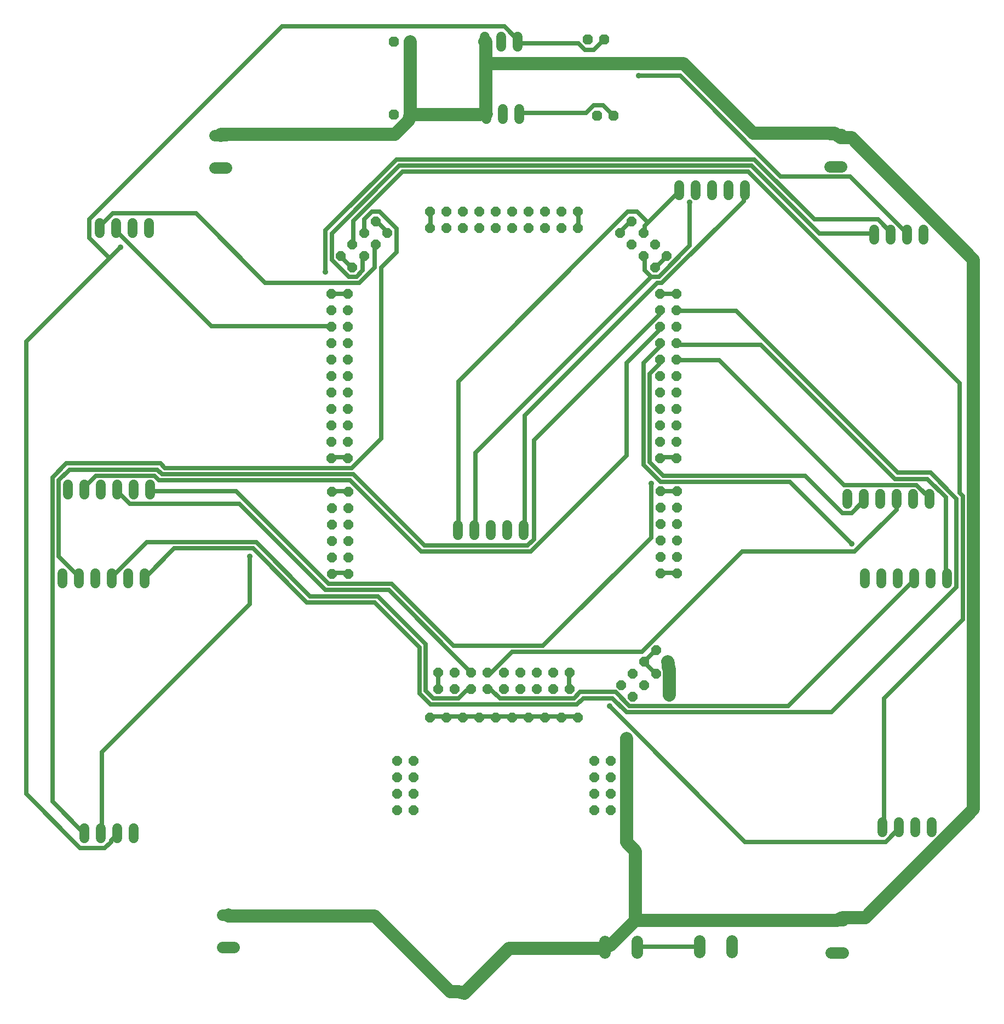
<source format=gtl>
G04 EAGLE Gerber RS-274X export*
G75*
%MOMM*%
%FSLAX34Y34*%
%LPD*%
%INTop Copper*%
%IPPOS*%
%AMOC8*
5,1,8,0,0,1.08239X$1,22.5*%
G01*
%ADD10C,1.790700*%
%ADD11C,1.524000*%
%ADD12P,1.632244X8X22.500000*%
%ADD13P,1.632244X8X202.500000*%
%ADD14P,1.632244X8X67.500000*%
%ADD15P,1.632244X8X337.500000*%
%ADD16P,1.732040X8X22.500000*%
%ADD17C,0.700000*%
%ADD18C,0.914400*%
%ADD19C,2.000000*%


D10*
X1286047Y1732800D02*
X1303954Y1732800D01*
X1303954Y1682800D02*
X1286047Y1682800D01*
X1297847Y528900D02*
X1315754Y528900D01*
X1315754Y478900D02*
X1297847Y478900D01*
X2236847Y1734500D02*
X2254754Y1734500D01*
X2254754Y1684500D02*
X2236847Y1684500D01*
X2238847Y520100D02*
X2256754Y520100D01*
X2256754Y470100D02*
X2238847Y470100D01*
D11*
X1706300Y1758080D02*
X1706300Y1773320D01*
X1731700Y1773320D02*
X1731700Y1758080D01*
X1757100Y1758080D02*
X1757100Y1773320D01*
X1703700Y1870080D02*
X1703700Y1885320D01*
X1729100Y1885320D02*
X1729100Y1870080D01*
X1754500Y1870080D02*
X1754500Y1885320D01*
D10*
X2035600Y488954D02*
X2035600Y471047D01*
X2085600Y471047D02*
X2085600Y488954D01*
D11*
X1084700Y646780D02*
X1084700Y662020D01*
X1110100Y662020D02*
X1110100Y646780D01*
X1135500Y646780D02*
X1135500Y662020D01*
X1160900Y662020D02*
X1160900Y646780D01*
X1108000Y1581780D02*
X1108000Y1597020D01*
X1133400Y1597020D02*
X1133400Y1581780D01*
X1158800Y1581780D02*
X1158800Y1597020D01*
X1184200Y1597020D02*
X1184200Y1581780D01*
X2318300Y672020D02*
X2318300Y656780D01*
X2343700Y656780D02*
X2343700Y672020D01*
X2369100Y672020D02*
X2369100Y656780D01*
X2394500Y656780D02*
X2394500Y672020D01*
X2305600Y1571780D02*
X2305600Y1587020D01*
X2331000Y1587020D02*
X2331000Y1571780D01*
X2356400Y1571780D02*
X2356400Y1587020D01*
X2381800Y1587020D02*
X2381800Y1571780D01*
D12*
X1618340Y1614860D03*
X1618340Y1589460D03*
X1643740Y1614860D03*
X1669140Y1589460D03*
X1669140Y1614860D03*
X1694540Y1589460D03*
X1694540Y1614860D03*
X1719940Y1589460D03*
X1719940Y1614860D03*
X1745340Y1589460D03*
X1745340Y1614860D03*
X1770740Y1589460D03*
X1770740Y1614860D03*
X1796140Y1589460D03*
X1796140Y1614860D03*
X1821540Y1589460D03*
X1821540Y1614860D03*
X1643740Y1589460D03*
X1846940Y1614860D03*
X1846940Y1589460D03*
X1631167Y902492D03*
X1631167Y877092D03*
X1656567Y902492D03*
X1681967Y877092D03*
X1681967Y902492D03*
X1707367Y877092D03*
X1707367Y902492D03*
X1732767Y877092D03*
X1732767Y902492D03*
X1758167Y877092D03*
X1758167Y902492D03*
X1783567Y877092D03*
X1783567Y902492D03*
X1808967Y877092D03*
X1808967Y902492D03*
X1834367Y877092D03*
X1834367Y902492D03*
X1656567Y877092D03*
X1720118Y833810D03*
X1745518Y833810D03*
X1770918Y833810D03*
X1796318Y833810D03*
X1821718Y833810D03*
X1847118Y833810D03*
X1694718Y833810D03*
X1669318Y833810D03*
X1643918Y833810D03*
X1618518Y833810D03*
X1467210Y1131625D03*
X1492610Y1131625D03*
X1492610Y1157025D03*
X1467210Y1157025D03*
X1467210Y1182425D03*
X1492610Y1182425D03*
X1467210Y1106225D03*
X1492610Y1106225D03*
X1492610Y1080825D03*
X1467210Y1080825D03*
X1467210Y1055425D03*
X1492610Y1055425D03*
D13*
X1975032Y1132006D03*
X1975032Y1157406D03*
X2000432Y1157406D03*
X2000432Y1182806D03*
X1975032Y1182806D03*
X2000432Y1106606D03*
X1975032Y1106606D03*
X1975032Y1081206D03*
X2000432Y1081206D03*
X2000432Y1055806D03*
X1975032Y1055806D03*
X2000432Y1132006D03*
D12*
X1466042Y1360860D03*
X1491442Y1360860D03*
X1466042Y1386260D03*
X1491442Y1386260D03*
X1466042Y1411660D03*
X1491442Y1411660D03*
X1466042Y1437060D03*
X1466042Y1462460D03*
X1466042Y1487860D03*
X1491442Y1437060D03*
X1491442Y1462460D03*
X1491442Y1487860D03*
X1466042Y1335460D03*
X1491442Y1335460D03*
X1491442Y1310060D03*
X1466042Y1310060D03*
X1466042Y1284660D03*
X1491442Y1284660D03*
X1466042Y1259260D03*
X1491442Y1259260D03*
X1491442Y1233860D03*
X1466042Y1233860D03*
X1973940Y1360860D03*
X1999340Y1360860D03*
X1999340Y1386260D03*
X1973940Y1386260D03*
X1973940Y1411660D03*
X1999340Y1411660D03*
X1999340Y1437060D03*
X1999340Y1462460D03*
X1999340Y1487860D03*
X1973940Y1437060D03*
X1973940Y1462460D03*
X1973940Y1487860D03*
X1999340Y1233860D03*
X1973940Y1233860D03*
X1973940Y1259260D03*
X1999340Y1259260D03*
X1999340Y1284660D03*
X1999340Y1310060D03*
X1999340Y1335460D03*
X1973940Y1284660D03*
X1973940Y1310060D03*
X1973940Y1335460D03*
D14*
X1516715Y1582071D03*
X1534675Y1564111D03*
X1534675Y1600032D03*
X1552636Y1582071D03*
X1498754Y1564111D03*
X1516715Y1546150D03*
X1480794Y1546150D03*
X1498754Y1528190D03*
D15*
X1930642Y1600045D03*
X1912682Y1582085D03*
X1948603Y1582085D03*
X1930642Y1564124D03*
X1966563Y1564124D03*
X1948603Y1546164D03*
X1984524Y1546164D03*
X1966563Y1528203D03*
D14*
X1914239Y883561D03*
X1932199Y865601D03*
X1932199Y901522D03*
X1950160Y883561D03*
X1950160Y919482D03*
X1968120Y901522D03*
X1968120Y937443D03*
X1986081Y919482D03*
D12*
X1567540Y766500D03*
X1592940Y766500D03*
X1567540Y741100D03*
X1592940Y741100D03*
X1567540Y715700D03*
X1592940Y715700D03*
X1567540Y690300D03*
X1592940Y690300D03*
X1872340Y766500D03*
X1897740Y766500D03*
X1872340Y741100D03*
X1897740Y741100D03*
X1872340Y715700D03*
X1897740Y715700D03*
X1872340Y690300D03*
X1897740Y690300D03*
D16*
X1562700Y1764900D03*
X1588100Y1764900D03*
X1562700Y1877100D03*
X1588100Y1877100D03*
D11*
X1050900Y1055920D02*
X1050900Y1040680D01*
X1076300Y1040680D02*
X1076300Y1055920D01*
X1101700Y1055920D02*
X1101700Y1040680D01*
X1127100Y1040680D02*
X1127100Y1055920D01*
X1152500Y1055920D02*
X1152500Y1040680D01*
X1177900Y1040680D02*
X1177900Y1055920D01*
X1058800Y1177680D02*
X1058800Y1192920D01*
X1084200Y1192920D02*
X1084200Y1177680D01*
X1109600Y1177680D02*
X1109600Y1192920D01*
X1135000Y1192920D02*
X1135000Y1177680D01*
X1160400Y1177680D02*
X1160400Y1192920D01*
X1185800Y1192920D02*
X1185800Y1177680D01*
X2290600Y1056520D02*
X2290600Y1041280D01*
X2316000Y1041280D02*
X2316000Y1056520D01*
X2341400Y1056520D02*
X2341400Y1041280D01*
X2366800Y1041280D02*
X2366800Y1056520D01*
X2392200Y1056520D02*
X2392200Y1041280D01*
X2417600Y1041280D02*
X2417600Y1056520D01*
X2263500Y1163280D02*
X2263500Y1178520D01*
X2288900Y1178520D02*
X2288900Y1163280D01*
X2314300Y1163280D02*
X2314300Y1178520D01*
X2339700Y1178520D02*
X2339700Y1163280D01*
X2365100Y1163280D02*
X2365100Y1178520D01*
X2390500Y1178520D02*
X2390500Y1163280D01*
D16*
X1877100Y1762900D03*
X1902500Y1762900D03*
X1862700Y1880900D03*
X1888100Y1880900D03*
D10*
X1889000Y487954D02*
X1889000Y470047D01*
X1939000Y470047D02*
X1939000Y487954D01*
D11*
X2004200Y1640380D02*
X2004200Y1655620D01*
X2029600Y1655620D02*
X2029600Y1640380D01*
X2055000Y1640380D02*
X2055000Y1655620D01*
X2080400Y1655620D02*
X2080400Y1640380D01*
X2105800Y1640380D02*
X2105800Y1655620D01*
X1662200Y1130620D02*
X1662200Y1115380D01*
X1687600Y1115380D02*
X1687600Y1130620D01*
X1713000Y1130620D02*
X1713000Y1115380D01*
X1738400Y1115380D02*
X1738400Y1130620D01*
X1763800Y1130620D02*
X1763800Y1115380D01*
D17*
X1950930Y918225D02*
X1967625Y901530D01*
X1968120Y901522D01*
X1950930Y918225D02*
X1950160Y919482D01*
X1950930Y920610D02*
X1967625Y937305D01*
X1968120Y937443D01*
X1950930Y920610D02*
X1950160Y919482D01*
X1643265Y834750D02*
X1619415Y834750D01*
X1618518Y833810D01*
X1643265Y834750D02*
X1643918Y833810D01*
X1645650Y834750D02*
X1667115Y834750D01*
X1669318Y833810D01*
X1645650Y834750D02*
X1643918Y833810D01*
X1671885Y834750D02*
X1693350Y834750D01*
X1694718Y833810D01*
X1671885Y834750D02*
X1669318Y833810D01*
X1721970Y834750D02*
X1743435Y834750D01*
X1721970Y834750D02*
X1720118Y833810D01*
X1743435Y834750D02*
X1745518Y833810D01*
X1748205Y834750D02*
X1769670Y834750D01*
X1770918Y833810D01*
X1748205Y834750D02*
X1745518Y833810D01*
X1798290Y834750D02*
X1819755Y834750D01*
X1798290Y834750D02*
X1796318Y833810D01*
X1819755Y834750D02*
X1821718Y833810D01*
X1824525Y834750D02*
X1845990Y834750D01*
X1847118Y833810D01*
X1824525Y834750D02*
X1821718Y833810D01*
X1793520Y834750D02*
X1772055Y834750D01*
X1770918Y833810D01*
X1793520Y834750D02*
X1796318Y833810D01*
X1717200Y834750D02*
X1695735Y834750D01*
X1694718Y833810D01*
X1717200Y834750D02*
X1720118Y833810D01*
X1834065Y877680D02*
X1834065Y901530D01*
X1834065Y877680D02*
X1834367Y877092D01*
X1834065Y901530D02*
X1834367Y902492D01*
X1631340Y901530D02*
X1631340Y877680D01*
X1631167Y877092D01*
X1631340Y901530D02*
X1631167Y902492D01*
X1848375Y1590795D02*
X1848375Y1614645D01*
X1848375Y1590795D02*
X1846940Y1589460D01*
X1848375Y1614645D02*
X1846940Y1614860D01*
X1619415Y1614645D02*
X1619415Y1590795D01*
X1618340Y1589460D01*
X1619415Y1614645D02*
X1618340Y1614860D01*
X1967625Y1528785D02*
X1984320Y1545480D01*
X1967625Y1528785D02*
X1966563Y1528203D01*
X1984320Y1545480D02*
X1984524Y1546164D01*
X1929465Y1600335D02*
X1912770Y1583640D01*
X1912682Y1582085D01*
X1929465Y1600335D02*
X1930642Y1600045D01*
X1552635Y1583640D02*
X1535940Y1600335D01*
X1552635Y1583640D02*
X1552636Y1582071D01*
X1535940Y1600335D02*
X1534675Y1600032D01*
X1481085Y1545480D02*
X1497780Y1528785D01*
X1498754Y1528190D01*
X1481085Y1545480D02*
X1480794Y1546150D01*
X1490625Y1488240D02*
X1466775Y1488240D01*
X1466042Y1487860D01*
X1490625Y1488240D02*
X1491442Y1487860D01*
X1490625Y1235430D02*
X1466775Y1235430D01*
X1466042Y1233860D01*
X1490625Y1235430D02*
X1491442Y1233860D01*
X1490625Y1182960D02*
X1469160Y1182960D01*
X1467210Y1182425D01*
X1490625Y1182960D02*
X1492610Y1182425D01*
X1490625Y1056555D02*
X1469160Y1056555D01*
X1467210Y1055425D01*
X1490625Y1056555D02*
X1492610Y1055425D01*
X1974780Y1488240D02*
X1998630Y1488240D01*
X1974780Y1488240D02*
X1973940Y1487860D01*
X1998630Y1488240D02*
X1999340Y1487860D01*
X1998630Y1235430D02*
X1974780Y1235430D01*
X1973940Y1233860D01*
X1998630Y1235430D02*
X1999340Y1233860D01*
X1998630Y1182960D02*
X1977165Y1182960D01*
X1975032Y1182806D01*
X1998630Y1182960D02*
X2000432Y1182806D01*
X1998630Y1056555D02*
X1977165Y1056555D01*
X1975032Y1055806D01*
X1998630Y1056555D02*
X2000432Y1055806D01*
X2001015Y1462005D02*
X2091645Y1462005D01*
X2342070Y1211580D01*
X2392155Y1211580D01*
X2432700Y1171035D01*
X2432700Y1035090D01*
X2239515Y841905D01*
X1922310Y841905D01*
X1900845Y863370D01*
X1855530Y863370D01*
X1845990Y853830D01*
X1619415Y853830D01*
X1602720Y870525D01*
X1602720Y942075D01*
X1533555Y1011240D01*
X1428615Y1011240D01*
X1345140Y1094715D01*
X1223505Y1094715D01*
X1178190Y1049400D01*
X1999340Y1462460D02*
X2001015Y1462005D01*
X1178190Y1049400D02*
X1177900Y1048300D01*
X1972395Y1454850D02*
X1972395Y1462005D01*
X1972395Y1454850D02*
X1779210Y1261665D01*
X1769670Y1099485D02*
X1609875Y1099485D01*
X1500165Y1209195D01*
X1204425Y1209195D01*
X1197270Y1216350D01*
X1061325Y1216350D01*
X1044630Y1199655D01*
X1044630Y1082790D01*
X1078020Y1049400D01*
X1972395Y1462005D02*
X1973940Y1462460D01*
X1078020Y1049400D02*
X1076300Y1048300D01*
X1779210Y1109025D02*
X1779210Y1261665D01*
X1779210Y1109025D02*
X1769670Y1099485D01*
X1972395Y1431000D02*
X1972395Y1435770D01*
X1972395Y1431000D02*
X1922310Y1380915D01*
X1922310Y1237815D01*
X1774440Y1089945D01*
X1605105Y1089945D01*
X1495395Y1199655D01*
X1199655Y1199655D01*
X1192500Y1206810D01*
X1101870Y1206810D01*
X1085175Y1190115D01*
X1085175Y1185345D01*
X1972395Y1435770D02*
X1973940Y1437060D01*
X1085175Y1185345D02*
X1084200Y1185300D01*
X1960470Y1194885D02*
X1960470Y1111410D01*
X1793520Y944460D01*
X1655190Y944460D01*
X1559790Y1039860D01*
X1462005Y1039860D01*
X1318905Y1182960D01*
X1187730Y1182960D01*
X1185800Y1185300D01*
D18*
X1960470Y1194885D03*
D17*
X1972395Y1404765D02*
X1972395Y1409535D01*
X1972395Y1404765D02*
X1948545Y1380915D01*
X1948545Y1223505D01*
X1974780Y1197270D01*
X2175120Y1197270D01*
X2270520Y1101870D01*
X1972395Y1409535D02*
X1973940Y1411660D01*
D18*
X2270520Y1101870D03*
D17*
X2129805Y1409535D02*
X2001015Y1409535D01*
X2129805Y1409535D02*
X2337300Y1202040D01*
X2387385Y1202040D01*
X2416005Y1173420D01*
X2416005Y1049400D01*
X2001015Y1409535D02*
X1999340Y1411660D01*
X2416005Y1049400D02*
X2417600Y1048900D01*
X1972395Y1378530D02*
X1972395Y1385685D01*
X1972395Y1378530D02*
X1958085Y1364220D01*
X1958085Y1228275D01*
X1979550Y1206810D01*
X2198970Y1206810D01*
X2256210Y1149570D01*
X2270520Y1149570D01*
X2289600Y1168650D01*
X1973940Y1386260D02*
X1972395Y1385685D01*
X2288900Y1170900D02*
X2289600Y1168650D01*
X2065410Y1385685D02*
X2001015Y1385685D01*
X2065410Y1385685D02*
X2258595Y1192500D01*
X2370690Y1192500D01*
X2392155Y1171035D01*
X2001015Y1385685D02*
X1999340Y1386260D01*
X2390500Y1170900D02*
X2392155Y1171035D01*
X1681425Y875295D02*
X1674270Y875295D01*
X1662345Y863370D01*
X1624185Y863370D01*
X1612260Y875295D01*
X1612260Y946845D01*
X1538325Y1020780D01*
X1433385Y1020780D01*
X1349910Y1104255D01*
X1180575Y1104255D01*
X1125720Y1049400D01*
X1681967Y877092D02*
X1681425Y875295D01*
X1127100Y1048300D02*
X1125720Y1049400D01*
X1555020Y1030320D02*
X1681425Y903915D01*
X1555020Y1030320D02*
X1457235Y1030320D01*
X1323675Y1163880D01*
X1154340Y1163880D01*
X1135260Y1182960D01*
X1681425Y903915D02*
X1681967Y902492D01*
X1135260Y1182960D02*
X1135000Y1185300D01*
X1707660Y875295D02*
X1714815Y875295D01*
X1726740Y863370D01*
X1841220Y863370D01*
X1850760Y872910D01*
X1905615Y872910D01*
X1927080Y851445D01*
X2172735Y851445D01*
X2368305Y1047015D01*
X1707367Y877092D02*
X1707660Y875295D01*
X2366800Y1048900D02*
X2368305Y1047015D01*
X1714815Y903915D02*
X1707660Y903915D01*
X1714815Y903915D02*
X1745820Y934920D01*
X1946160Y934920D01*
X2101185Y1089945D01*
X2275290Y1089945D01*
X2339685Y1154340D01*
X2339685Y1168650D01*
X1707660Y903915D02*
X1707367Y902492D01*
X2339685Y1168650D02*
X2339700Y1170900D01*
X1950930Y1524015D02*
X1950930Y1545480D01*
X1950930Y1524015D02*
X1960470Y1514475D01*
X1972395Y1514475D01*
X1950930Y1545480D02*
X1948603Y1546164D01*
D18*
X2020095Y1628955D03*
D17*
X1688580Y1242585D02*
X1688580Y1123335D01*
X1688580Y1242585D02*
X1960470Y1514475D01*
X1688580Y1123335D02*
X1687600Y1123000D01*
X2020095Y1562175D02*
X2020095Y1628955D01*
X2020095Y1562175D02*
X1972395Y1514475D01*
X1950930Y1583640D02*
X1950930Y1593180D01*
X1955700Y1597950D02*
X2003400Y1645650D01*
X1955700Y1597950D02*
X1950930Y1593180D01*
X1950930Y1583640D02*
X1948603Y1582085D01*
X2003400Y1645650D02*
X2004200Y1648000D01*
X1662345Y1352295D02*
X1662345Y1123335D01*
X1662345Y1352295D02*
X1924695Y1614645D01*
X1939005Y1614645D01*
X1955700Y1597950D01*
X1662345Y1123335D02*
X1662200Y1123000D01*
X1340370Y1082790D02*
X1340370Y1008855D01*
X1111410Y779895D01*
X1111410Y655875D01*
X1110100Y654400D01*
D18*
X1340370Y1082790D03*
D17*
X1516860Y1583640D02*
X1516860Y1602720D01*
X1528785Y1614645D01*
X1540710Y1614645D01*
X1566945Y1588410D01*
X1566945Y1552635D01*
X1543095Y1528785D01*
X1543095Y1264050D01*
X1497780Y1218735D01*
X1209195Y1218735D01*
X1202040Y1225890D01*
X1056555Y1225890D01*
X1035090Y1204425D01*
X1035090Y703575D01*
X1082790Y655875D01*
X1516715Y1582071D02*
X1516860Y1583640D01*
X1082790Y655875D02*
X1084700Y654400D01*
X1280745Y1438155D02*
X1464390Y1438155D01*
X1280745Y1438155D02*
X1135260Y1583640D01*
X1135260Y1588410D01*
X1464390Y1438155D02*
X1466042Y1437060D01*
X1135260Y1588410D02*
X1133400Y1589400D01*
X1533555Y1562175D02*
X1533555Y1528785D01*
X1509705Y1504935D01*
X1364220Y1504935D01*
X1256895Y1612260D01*
X1128105Y1612260D01*
X1106640Y1590795D01*
X1533555Y1562175D02*
X1534675Y1564111D01*
X1108000Y1589400D02*
X1106640Y1590795D01*
X1457235Y1586025D02*
X1457235Y1521630D01*
X1457235Y1586025D02*
X1566945Y1695735D01*
X2120265Y1695735D01*
X2213280Y1602720D01*
X2311065Y1602720D01*
X2332530Y1581255D01*
X2331000Y1579400D01*
D18*
X1457235Y1521630D03*
D17*
X1514475Y1524015D02*
X1514475Y1545480D01*
X1514475Y1524015D02*
X1504935Y1514475D01*
X1493010Y1514475D01*
X1466775Y1540710D01*
X1466775Y1581255D01*
X1571715Y1686195D01*
X2115495Y1686195D01*
X2220435Y1581255D01*
X2303910Y1581255D01*
X1516715Y1546150D02*
X1514475Y1545480D01*
X2303910Y1581255D02*
X2305600Y1579400D01*
X1896075Y851445D02*
X2105955Y641565D01*
X2322990Y641565D01*
X2344455Y663030D01*
X2343700Y664400D01*
D18*
X1896075Y851445D03*
D17*
X1500165Y1564560D02*
X1500165Y1600335D01*
X1576485Y1676655D01*
X2110725Y1676655D01*
X2437470Y1349910D01*
X2437470Y1180575D01*
X2442240Y1175805D01*
X2442240Y985005D01*
X2320605Y863370D01*
X2320605Y665415D01*
X1500165Y1564560D02*
X1498754Y1564111D01*
X2318300Y664400D02*
X2320605Y665415D01*
X2034405Y479385D02*
X1939005Y479385D01*
X1939000Y479000D01*
X2034405Y479385D02*
X2035600Y480000D01*
X1135260Y653490D02*
X1125720Y643950D01*
X1125720Y641565D01*
X1116180Y632025D01*
X1078020Y632025D01*
X994545Y715500D01*
X994545Y1414305D01*
X1123335Y1543095D02*
X1140030Y1559790D01*
X1123335Y1543095D02*
X994545Y1414305D01*
X1135500Y654400D02*
X1135260Y653490D01*
X2268135Y1669500D02*
X2356380Y1581255D01*
X2268135Y1669500D02*
X2160810Y1669500D01*
X2005785Y1824525D01*
X1941390Y1824525D01*
X2356380Y1581255D02*
X2356400Y1579400D01*
X1123335Y1543095D02*
X1092330Y1574100D01*
X1092330Y1602720D01*
X1390455Y1900845D01*
X1733895Y1900845D01*
X1755360Y1879380D01*
D18*
X1140030Y1559790D03*
X1941390Y1824525D03*
D17*
X1755360Y1876995D02*
X1754500Y1877700D01*
X1755360Y1876995D02*
X1755360Y1879380D01*
X1757745Y1874610D02*
X1848375Y1874610D01*
X1857915Y1865070D01*
X1872225Y1865070D01*
X1886535Y1879380D01*
X1757745Y1874610D02*
X1754500Y1877700D01*
X1886535Y1879380D02*
X1888100Y1880900D01*
X1860300Y1767285D02*
X1757745Y1767285D01*
X1860300Y1767285D02*
X1872225Y1779210D01*
X1886535Y1779210D01*
X1900845Y1764900D01*
X1757745Y1767285D02*
X1757100Y1765700D01*
X1900845Y1764900D02*
X1902500Y1762900D01*
X1970010Y1504935D02*
X1977165Y1504935D01*
X2103570Y1631340D01*
X2103570Y1645650D01*
X2105800Y1648000D01*
X1764900Y1299825D02*
X1764900Y1123335D01*
X1764900Y1299825D02*
X1970010Y1504935D01*
X1764900Y1123335D02*
X1763800Y1123000D01*
D19*
X1705275Y1843605D02*
X1705275Y1876995D01*
X1705275Y1843605D02*
X1705275Y1767285D01*
X1706300Y1765700D01*
X1705275Y1876995D02*
X1703700Y1877700D01*
X1695735Y1764900D02*
X1588410Y1764900D01*
X1588100Y1764900D01*
X1695735Y1764900D02*
X1705275Y1767285D01*
X1588410Y1764900D02*
X1588410Y1876995D01*
X1588100Y1877100D01*
X1564560Y1733895D02*
X1295055Y1733895D01*
X1564560Y1733895D02*
X1586025Y1755360D01*
X1295055Y1733895D02*
X1295000Y1732800D01*
X1586025Y1755360D02*
X1588410Y1764900D01*
X2117880Y1736280D02*
X2244285Y1736280D01*
X2117880Y1736280D02*
X2010555Y1843605D01*
X1705275Y1843605D01*
X2244285Y1736280D02*
X2245800Y1734500D01*
X1888920Y477000D02*
X1741050Y477000D01*
X1671885Y407835D01*
X1888920Y477000D02*
X1889000Y479000D01*
X1533555Y527085D02*
X1306980Y527085D01*
X1533555Y527085D02*
X1650420Y410220D01*
X1306980Y527085D02*
X1306800Y528900D01*
X1936620Y519930D02*
X2246670Y519930D01*
X1936620Y519930D02*
X1898460Y481770D01*
X2246670Y519930D02*
X2247800Y520100D01*
X1898460Y481770D02*
X1889000Y479000D01*
X2253825Y1729125D02*
X2270520Y1729125D01*
X2458935Y1540710D01*
X2458935Y691650D01*
X2291985Y524700D01*
X2256210Y524700D01*
X2253825Y1729125D02*
X2245800Y1734500D01*
X2256210Y524700D02*
X2247800Y520100D01*
X1986705Y911070D02*
X1986705Y918225D01*
X1986705Y911070D02*
X1989090Y908685D01*
X1989090Y868140D01*
X1922310Y801360D02*
X1922310Y641565D01*
X1936620Y627255D01*
X1936620Y519930D01*
X1986705Y918225D02*
X1986081Y919482D01*
X1671885Y407835D02*
X1662345Y410220D01*
X1650420Y410220D01*
D18*
X1989090Y868140D03*
X1922310Y801360D03*
M02*

</source>
